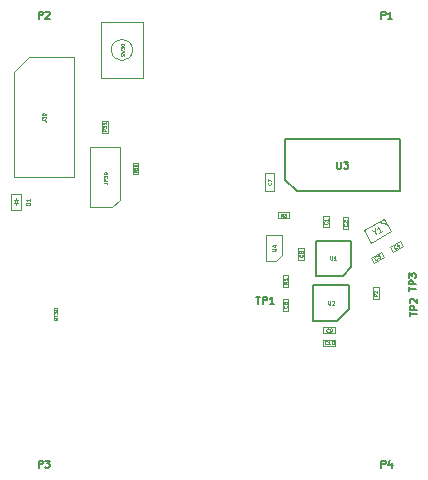
<source format=gbr>
%TF.GenerationSoftware,KiCad,Pcbnew,(5.1.5)-3*%
%TF.CreationDate,2021-04-07T12:53:55+01:00*%
%TF.ProjectId,HT07,48543037-2e6b-4696-9361-645f70636258,rev?*%
%TF.SameCoordinates,Original*%
%TF.FileFunction,Other,Fab,Top*%
%FSLAX46Y46*%
G04 Gerber Fmt 4.6, Leading zero omitted, Abs format (unit mm)*
G04 Created by KiCad (PCBNEW (5.1.5)-3) date 2021-04-07 12:53:55*
%MOMM*%
%LPD*%
G04 APERTURE LIST*
%ADD10C,0.100000*%
%ADD11C,0.150000*%
%ADD12C,0.040000*%
%ADD13C,0.075000*%
G04 APERTURE END LIST*
D10*
X115539900Y-84878100D02*
X116539900Y-84878100D01*
X115539900Y-85378100D02*
X115539900Y-84878100D01*
X116539900Y-85378100D02*
X115539900Y-85378100D01*
X116539900Y-84878100D02*
X116539900Y-85378100D01*
X92950000Y-84650000D02*
X92950000Y-83350000D01*
X92950000Y-83350000D02*
X93850000Y-83350000D01*
X93850000Y-83350000D02*
X93850000Y-84650000D01*
X93850000Y-84650000D02*
X92950000Y-84650000D01*
X93200000Y-83800000D02*
X93600000Y-83800000D01*
X93400000Y-83800000D02*
X93400000Y-83650000D01*
X93400000Y-83800000D02*
X93200000Y-84100000D01*
X93200000Y-84100000D02*
X93600000Y-84100000D01*
X93600000Y-84100000D02*
X93400000Y-83800000D01*
X93400000Y-84100000D02*
X93400000Y-84250000D01*
X124804525Y-85836897D02*
X124121513Y-85653885D01*
X123422475Y-87443115D02*
X125154525Y-86443115D01*
X122822475Y-86403885D02*
X123422475Y-87443115D01*
X124554525Y-85403885D02*
X122822475Y-86403885D01*
X125154525Y-86443115D02*
X124554525Y-85403885D01*
D11*
X117181000Y-83099000D02*
X116181000Y-82099000D01*
X125881000Y-83099000D02*
X117181000Y-83099000D01*
X125881000Y-78699000D02*
X125881000Y-83099000D01*
X116181000Y-78699000D02*
X125881000Y-78699000D01*
X116181000Y-82099000D02*
X116181000Y-78699000D01*
X121565800Y-93042000D02*
X120565800Y-94042000D01*
X121565800Y-91042000D02*
X121565800Y-93042000D01*
X118565800Y-91042000D02*
X121565800Y-91042000D01*
X118565800Y-94042000D02*
X118565800Y-91042000D01*
X120565800Y-94042000D02*
X118565800Y-94042000D01*
D10*
X100612000Y-73470000D02*
X100612000Y-68770000D01*
X100612000Y-68770000D02*
X104112000Y-68770000D01*
X104112000Y-68770000D02*
X104112000Y-73470000D01*
X104112000Y-73470000D02*
X100612000Y-73470000D01*
X103262000Y-71120000D02*
G75*
G03X103262000Y-71120000I-900000J0D01*
G01*
X103755000Y-80653000D02*
X103755000Y-81653000D01*
X103255000Y-80653000D02*
X103755000Y-80653000D01*
X103255000Y-81653000D02*
X103255000Y-80653000D01*
X103755000Y-81653000D02*
X103255000Y-81653000D01*
X102171500Y-83820000D02*
X101536500Y-84455000D01*
X102171500Y-79375000D02*
X102171500Y-83820000D01*
X99631500Y-79375000D02*
X102171500Y-79375000D01*
X99631500Y-84455000D02*
X99631500Y-79375000D01*
X101536500Y-84455000D02*
X99631500Y-84455000D01*
X93218000Y-73025000D02*
X94488000Y-71755000D01*
X93218000Y-81915000D02*
X93218000Y-73025000D01*
X98298000Y-81915000D02*
X93218000Y-81915000D01*
X98298000Y-71755000D02*
X98298000Y-81915000D01*
X94488000Y-71755000D02*
X98298000Y-71755000D01*
X120410100Y-96160400D02*
X119410100Y-96160400D01*
X120410100Y-95660400D02*
X120410100Y-96160400D01*
X119410100Y-95660400D02*
X120410100Y-95660400D01*
X119410100Y-96160400D02*
X119410100Y-95660400D01*
D11*
X118768600Y-90273000D02*
X118768600Y-87273000D01*
X118768600Y-87273000D02*
X121718600Y-87273000D01*
X121718600Y-89523000D02*
X121068600Y-90273000D01*
X121718600Y-87273000D02*
X121718600Y-89523000D01*
X118768600Y-90273000D02*
X121068600Y-90273000D01*
D10*
X116455000Y-90178000D02*
X116455000Y-91178000D01*
X115955000Y-90178000D02*
X116455000Y-90178000D01*
X115955000Y-91178000D02*
X115955000Y-90178000D01*
X116455000Y-91178000D02*
X115955000Y-91178000D01*
X115425000Y-88984000D02*
X115925000Y-88484000D01*
X114575000Y-86784000D02*
X115925000Y-86784000D01*
X114575000Y-88984000D02*
X114575000Y-86784000D01*
X115925000Y-88484000D02*
X115925000Y-86784000D01*
X114575000Y-88984000D02*
X115425000Y-88984000D01*
X124087700Y-91232100D02*
X124087700Y-92232100D01*
X123587700Y-91232100D02*
X124087700Y-91232100D01*
X123587700Y-92232100D02*
X123587700Y-91232100D01*
X124087700Y-92232100D02*
X123587700Y-92232100D01*
X120410100Y-95119000D02*
X119410100Y-95119000D01*
X120410100Y-94619000D02*
X120410100Y-95119000D01*
X119410100Y-94619000D02*
X120410100Y-94619000D01*
X119410100Y-95119000D02*
X119410100Y-94619000D01*
X117788500Y-87892000D02*
X117788500Y-88892000D01*
X117288500Y-87892000D02*
X117788500Y-87892000D01*
X117288500Y-88892000D02*
X117288500Y-87892000D01*
X117788500Y-88892000D02*
X117288500Y-88892000D01*
X100651500Y-78122400D02*
X100651500Y-77122400D01*
X101151500Y-78122400D02*
X100651500Y-78122400D01*
X101151500Y-77122400D02*
X101151500Y-78122400D01*
X100651500Y-77122400D02*
X101151500Y-77122400D01*
X115271500Y-83100000D02*
X114471500Y-83100000D01*
X114471500Y-83100000D02*
X114471500Y-81500000D01*
X114471500Y-81500000D02*
X115271500Y-81500000D01*
X115271500Y-81500000D02*
X115271500Y-83100000D01*
X115955000Y-93210000D02*
X115955000Y-92210000D01*
X116455000Y-93210000D02*
X115955000Y-93210000D01*
X116455000Y-92210000D02*
X116455000Y-93210000D01*
X115955000Y-92210000D02*
X116455000Y-92210000D01*
X125044987Y-87790494D02*
X125911013Y-87290494D01*
X125294987Y-88223506D02*
X125044987Y-87790494D01*
X126161013Y-87723506D02*
X125294987Y-88223506D01*
X125911013Y-87290494D02*
X126161013Y-87723506D01*
X124534491Y-88664506D02*
X123668465Y-89164506D01*
X124284491Y-88231494D02*
X124534491Y-88664506D01*
X123418465Y-88731494D02*
X124284491Y-88231494D01*
X123668465Y-89164506D02*
X123418465Y-88731494D01*
X121035000Y-86288500D02*
X121035000Y-85288500D01*
X121535000Y-86288500D02*
X121035000Y-86288500D01*
X121535000Y-85288500D02*
X121535000Y-86288500D01*
X121035000Y-85288500D02*
X121535000Y-85288500D01*
X119384000Y-85151340D02*
X119884000Y-85151340D01*
X119884000Y-85151340D02*
X119884000Y-86151340D01*
X119884000Y-86151340D02*
X119384000Y-86151340D01*
X119384000Y-86151340D02*
X119384000Y-85151340D01*
D12*
X115998233Y-85241195D02*
X115914900Y-85122147D01*
X115855376Y-85241195D02*
X115855376Y-84991195D01*
X115950614Y-84991195D01*
X115974423Y-85003100D01*
X115986328Y-85015004D01*
X115998233Y-85038814D01*
X115998233Y-85074528D01*
X115986328Y-85098338D01*
X115974423Y-85110242D01*
X115950614Y-85122147D01*
X115855376Y-85122147D01*
X116081566Y-84991195D02*
X116236328Y-84991195D01*
X116152995Y-85086433D01*
X116188709Y-85086433D01*
X116212519Y-85098338D01*
X116224423Y-85110242D01*
X116236328Y-85134052D01*
X116236328Y-85193576D01*
X116224423Y-85217385D01*
X116212519Y-85229290D01*
X116188709Y-85241195D01*
X116117280Y-85241195D01*
X116093471Y-85229290D01*
X116081566Y-85217385D01*
X94560214Y-84221428D02*
X94260214Y-84221428D01*
X94260214Y-84150000D01*
X94274500Y-84107142D01*
X94303071Y-84078571D01*
X94331642Y-84064285D01*
X94388785Y-84050000D01*
X94431642Y-84050000D01*
X94488785Y-84064285D01*
X94517357Y-84078571D01*
X94545928Y-84107142D01*
X94560214Y-84150000D01*
X94560214Y-84221428D01*
X94560214Y-83764285D02*
X94560214Y-83935714D01*
X94560214Y-83850000D02*
X94260214Y-83850000D01*
X94303071Y-83878571D01*
X94331642Y-83907142D01*
X94345928Y-83935714D01*
D13*
X123776351Y-86532237D02*
X123895398Y-86738434D01*
X123501061Y-86388754D02*
X123776351Y-86532237D01*
X123789736Y-86222088D01*
X124410890Y-86440815D02*
X124163454Y-86583672D01*
X124287172Y-86512243D02*
X124037172Y-86079231D01*
X124031647Y-86164899D01*
X124014217Y-86229948D01*
X123984882Y-86274377D01*
D11*
X120573857Y-80570428D02*
X120573857Y-81056142D01*
X120602428Y-81113285D01*
X120631000Y-81141857D01*
X120688142Y-81170428D01*
X120802428Y-81170428D01*
X120859571Y-81141857D01*
X120888142Y-81113285D01*
X120916714Y-81056142D01*
X120916714Y-80570428D01*
X121145285Y-80570428D02*
X121516714Y-80570428D01*
X121316714Y-80799000D01*
X121402428Y-80799000D01*
X121459571Y-80827571D01*
X121488142Y-80856142D01*
X121516714Y-80913285D01*
X121516714Y-81056142D01*
X121488142Y-81113285D01*
X121459571Y-81141857D01*
X121402428Y-81170428D01*
X121231000Y-81170428D01*
X121173857Y-81141857D01*
X121145285Y-81113285D01*
D12*
X119837228Y-92377714D02*
X119837228Y-92620571D01*
X119851514Y-92649142D01*
X119865800Y-92663428D01*
X119894371Y-92677714D01*
X119951514Y-92677714D01*
X119980085Y-92663428D01*
X119994371Y-92649142D01*
X120008657Y-92620571D01*
X120008657Y-92377714D01*
X120137228Y-92406285D02*
X120151514Y-92392000D01*
X120180085Y-92377714D01*
X120251514Y-92377714D01*
X120280085Y-92392000D01*
X120294371Y-92406285D01*
X120308657Y-92434857D01*
X120308657Y-92463428D01*
X120294371Y-92506285D01*
X120122942Y-92677714D01*
X120308657Y-92677714D01*
X102546928Y-71662857D02*
X102561214Y-71620000D01*
X102561214Y-71548571D01*
X102546928Y-71520000D01*
X102532642Y-71505714D01*
X102504071Y-71491428D01*
X102475500Y-71491428D01*
X102446928Y-71505714D01*
X102432642Y-71520000D01*
X102418357Y-71548571D01*
X102404071Y-71605714D01*
X102389785Y-71634285D01*
X102375500Y-71648571D01*
X102346928Y-71662857D01*
X102318357Y-71662857D01*
X102289785Y-71648571D01*
X102275500Y-71634285D01*
X102261214Y-71605714D01*
X102261214Y-71534285D01*
X102275500Y-71491428D01*
X102261214Y-71391428D02*
X102561214Y-71320000D01*
X102346928Y-71262857D01*
X102561214Y-71205714D01*
X102261214Y-71134285D01*
X102261214Y-71048571D02*
X102261214Y-70862857D01*
X102375500Y-70962857D01*
X102375500Y-70920000D01*
X102389785Y-70891428D01*
X102404071Y-70877142D01*
X102432642Y-70862857D01*
X102504071Y-70862857D01*
X102532642Y-70877142D01*
X102546928Y-70891428D01*
X102561214Y-70920000D01*
X102561214Y-71005714D01*
X102546928Y-71034285D01*
X102532642Y-71048571D01*
X102261214Y-70677142D02*
X102261214Y-70648571D01*
X102275500Y-70620000D01*
X102289785Y-70605714D01*
X102318357Y-70591428D01*
X102375500Y-70577142D01*
X102446928Y-70577142D01*
X102504071Y-70591428D01*
X102532642Y-70605714D01*
X102546928Y-70620000D01*
X102561214Y-70648571D01*
X102561214Y-70677142D01*
X102546928Y-70705714D01*
X102532642Y-70720000D01*
X102504071Y-70734285D01*
X102446928Y-70748571D01*
X102375500Y-70748571D01*
X102318357Y-70734285D01*
X102289785Y-70720000D01*
X102275500Y-70705714D01*
X102261214Y-70677142D01*
D11*
X124334642Y-68487821D02*
X124334642Y-67887821D01*
X124563214Y-67887821D01*
X124620357Y-67916393D01*
X124648928Y-67944964D01*
X124677500Y-68002107D01*
X124677500Y-68087821D01*
X124648928Y-68144964D01*
X124620357Y-68173535D01*
X124563214Y-68202107D01*
X124334642Y-68202107D01*
X125248928Y-68487821D02*
X124906071Y-68487821D01*
X125077500Y-68487821D02*
X125077500Y-67887821D01*
X125020357Y-67973535D01*
X124963214Y-68030678D01*
X124906071Y-68059250D01*
X95315142Y-68487821D02*
X95315142Y-67887821D01*
X95543714Y-67887821D01*
X95600857Y-67916393D01*
X95629428Y-67944964D01*
X95658000Y-68002107D01*
X95658000Y-68087821D01*
X95629428Y-68144964D01*
X95600857Y-68173535D01*
X95543714Y-68202107D01*
X95315142Y-68202107D01*
X95886571Y-67944964D02*
X95915142Y-67916393D01*
X95972285Y-67887821D01*
X96115142Y-67887821D01*
X96172285Y-67916393D01*
X96200857Y-67944964D01*
X96229428Y-68002107D01*
X96229428Y-68059250D01*
X96200857Y-68144964D01*
X95858000Y-68487821D01*
X96229428Y-68487821D01*
X95315142Y-106487821D02*
X95315142Y-105887821D01*
X95543714Y-105887821D01*
X95600857Y-105916393D01*
X95629428Y-105944964D01*
X95658000Y-106002107D01*
X95658000Y-106087821D01*
X95629428Y-106144964D01*
X95600857Y-106173535D01*
X95543714Y-106202107D01*
X95315142Y-106202107D01*
X95858000Y-105887821D02*
X96229428Y-105887821D01*
X96029428Y-106116393D01*
X96115142Y-106116393D01*
X96172285Y-106144964D01*
X96200857Y-106173535D01*
X96229428Y-106230678D01*
X96229428Y-106373535D01*
X96200857Y-106430678D01*
X96172285Y-106459250D01*
X96115142Y-106487821D01*
X95943714Y-106487821D01*
X95886571Y-106459250D01*
X95858000Y-106430678D01*
X124334642Y-106487821D02*
X124334642Y-105887821D01*
X124563214Y-105887821D01*
X124620357Y-105916393D01*
X124648928Y-105944964D01*
X124677500Y-106002107D01*
X124677500Y-106087821D01*
X124648928Y-106144964D01*
X124620357Y-106173535D01*
X124563214Y-106202107D01*
X124334642Y-106202107D01*
X125191785Y-106087821D02*
X125191785Y-106487821D01*
X125048928Y-105859250D02*
X124906071Y-106287821D01*
X125277500Y-106287821D01*
D12*
X96736571Y-93850571D02*
X96750857Y-93807714D01*
X96765142Y-93793428D01*
X96793714Y-93779142D01*
X96836571Y-93779142D01*
X96865142Y-93793428D01*
X96879428Y-93807714D01*
X96893714Y-93836285D01*
X96893714Y-93950571D01*
X96593714Y-93950571D01*
X96593714Y-93850571D01*
X96608000Y-93822000D01*
X96622285Y-93807714D01*
X96650857Y-93793428D01*
X96679428Y-93793428D01*
X96708000Y-93807714D01*
X96722285Y-93822000D01*
X96736571Y-93850571D01*
X96736571Y-93950571D01*
X96593714Y-93693428D02*
X96593714Y-93522000D01*
X96893714Y-93607714D02*
X96593714Y-93607714D01*
X96593714Y-93450571D02*
X96593714Y-93264857D01*
X96708000Y-93364857D01*
X96708000Y-93322000D01*
X96722285Y-93293428D01*
X96736571Y-93279142D01*
X96765142Y-93264857D01*
X96836571Y-93264857D01*
X96865142Y-93279142D01*
X96879428Y-93293428D01*
X96893714Y-93322000D01*
X96893714Y-93407714D01*
X96879428Y-93436285D01*
X96865142Y-93450571D01*
X96593714Y-93079142D02*
X96593714Y-93050571D01*
X96608000Y-93022000D01*
X96622285Y-93007714D01*
X96650857Y-92993428D01*
X96708000Y-92979142D01*
X96779428Y-92979142D01*
X96836571Y-92993428D01*
X96865142Y-93007714D01*
X96879428Y-93022000D01*
X96893714Y-93050571D01*
X96893714Y-93079142D01*
X96879428Y-93107714D01*
X96865142Y-93122000D01*
X96836571Y-93136285D01*
X96779428Y-93150571D01*
X96708000Y-93150571D01*
X96650857Y-93136285D01*
X96622285Y-93122000D01*
X96608000Y-93107714D01*
X96593714Y-93079142D01*
X103618095Y-81313714D02*
X103499047Y-81397047D01*
X103618095Y-81456571D02*
X103368095Y-81456571D01*
X103368095Y-81361333D01*
X103380000Y-81337523D01*
X103391904Y-81325619D01*
X103415714Y-81313714D01*
X103451428Y-81313714D01*
X103475238Y-81325619D01*
X103487142Y-81337523D01*
X103499047Y-81361333D01*
X103499047Y-81456571D01*
X103368095Y-81230380D02*
X103368095Y-81075619D01*
X103463333Y-81158952D01*
X103463333Y-81123238D01*
X103475238Y-81099428D01*
X103487142Y-81087523D01*
X103510952Y-81075619D01*
X103570476Y-81075619D01*
X103594285Y-81087523D01*
X103606190Y-81099428D01*
X103618095Y-81123238D01*
X103618095Y-81194666D01*
X103606190Y-81218476D01*
X103594285Y-81230380D01*
X103368095Y-80920857D02*
X103368095Y-80897047D01*
X103380000Y-80873238D01*
X103391904Y-80861333D01*
X103415714Y-80849428D01*
X103463333Y-80837523D01*
X103522857Y-80837523D01*
X103570476Y-80849428D01*
X103594285Y-80861333D01*
X103606190Y-80873238D01*
X103618095Y-80897047D01*
X103618095Y-80920857D01*
X103606190Y-80944666D01*
X103594285Y-80956571D01*
X103570476Y-80968476D01*
X103522857Y-80980380D01*
X103463333Y-80980380D01*
X103415714Y-80968476D01*
X103391904Y-80956571D01*
X103380000Y-80944666D01*
X103368095Y-80920857D01*
X100800714Y-82371357D02*
X101015000Y-82371357D01*
X101057857Y-82385642D01*
X101086428Y-82414214D01*
X101100714Y-82457071D01*
X101100714Y-82485642D01*
X101100714Y-82228500D02*
X100800714Y-82228500D01*
X100800714Y-82114214D01*
X100815000Y-82085642D01*
X100829285Y-82071357D01*
X100857857Y-82057071D01*
X100900714Y-82057071D01*
X100929285Y-82071357D01*
X100943571Y-82085642D01*
X100957857Y-82114214D01*
X100957857Y-82228500D01*
X100800714Y-81957071D02*
X100800714Y-81771357D01*
X100915000Y-81871357D01*
X100915000Y-81828500D01*
X100929285Y-81799928D01*
X100943571Y-81785642D01*
X100972142Y-81771357D01*
X101043571Y-81771357D01*
X101072142Y-81785642D01*
X101086428Y-81799928D01*
X101100714Y-81828500D01*
X101100714Y-81914214D01*
X101086428Y-81942785D01*
X101072142Y-81957071D01*
X100800714Y-81585642D02*
X100800714Y-81557071D01*
X100815000Y-81528500D01*
X100829285Y-81514214D01*
X100857857Y-81499928D01*
X100915000Y-81485642D01*
X100986428Y-81485642D01*
X101043571Y-81499928D01*
X101072142Y-81514214D01*
X101086428Y-81528500D01*
X101100714Y-81557071D01*
X101100714Y-81585642D01*
X101086428Y-81614214D01*
X101072142Y-81628500D01*
X101043571Y-81642785D01*
X100986428Y-81657071D01*
X100915000Y-81657071D01*
X100857857Y-81642785D01*
X100829285Y-81628500D01*
X100815000Y-81614214D01*
X100800714Y-81585642D01*
X95593714Y-77077857D02*
X95808000Y-77077857D01*
X95850857Y-77092142D01*
X95879428Y-77120714D01*
X95893714Y-77163571D01*
X95893714Y-77192142D01*
X95593714Y-76963571D02*
X95593714Y-76777857D01*
X95708000Y-76877857D01*
X95708000Y-76835000D01*
X95722285Y-76806428D01*
X95736571Y-76792142D01*
X95765142Y-76777857D01*
X95836571Y-76777857D01*
X95865142Y-76792142D01*
X95879428Y-76806428D01*
X95893714Y-76835000D01*
X95893714Y-76920714D01*
X95879428Y-76949285D01*
X95865142Y-76963571D01*
X95593714Y-76592142D02*
X95593714Y-76563571D01*
X95608000Y-76535000D01*
X95622285Y-76520714D01*
X95650857Y-76506428D01*
X95708000Y-76492142D01*
X95779428Y-76492142D01*
X95836571Y-76506428D01*
X95865142Y-76520714D01*
X95879428Y-76535000D01*
X95893714Y-76563571D01*
X95893714Y-76592142D01*
X95879428Y-76620714D01*
X95865142Y-76635000D01*
X95836571Y-76649285D01*
X95779428Y-76663571D01*
X95708000Y-76663571D01*
X95650857Y-76649285D01*
X95622285Y-76635000D01*
X95608000Y-76620714D01*
X95593714Y-76592142D01*
X119717242Y-96017542D02*
X119702957Y-96031828D01*
X119660100Y-96046114D01*
X119631528Y-96046114D01*
X119588671Y-96031828D01*
X119560100Y-96003257D01*
X119545814Y-95974685D01*
X119531528Y-95917542D01*
X119531528Y-95874685D01*
X119545814Y-95817542D01*
X119560100Y-95788971D01*
X119588671Y-95760400D01*
X119631528Y-95746114D01*
X119660100Y-95746114D01*
X119702957Y-95760400D01*
X119717242Y-95774685D01*
X120002957Y-96046114D02*
X119831528Y-96046114D01*
X119917242Y-96046114D02*
X119917242Y-95746114D01*
X119888671Y-95788971D01*
X119860100Y-95817542D01*
X119831528Y-95831828D01*
X120188671Y-95746114D02*
X120217242Y-95746114D01*
X120245814Y-95760400D01*
X120260100Y-95774685D01*
X120274385Y-95803257D01*
X120288671Y-95860400D01*
X120288671Y-95931828D01*
X120274385Y-95988971D01*
X120260100Y-96017542D01*
X120245814Y-96031828D01*
X120217242Y-96046114D01*
X120188671Y-96046114D01*
X120160100Y-96031828D01*
X120145814Y-96017542D01*
X120131528Y-95988971D01*
X120117242Y-95931828D01*
X120117242Y-95860400D01*
X120131528Y-95803257D01*
X120145814Y-95774685D01*
X120160100Y-95760400D01*
X120188671Y-95746114D01*
D11*
X126734928Y-93657642D02*
X126734928Y-93314785D01*
X127334928Y-93486214D02*
X126734928Y-93486214D01*
X127334928Y-93114785D02*
X126734928Y-93114785D01*
X126734928Y-92886214D01*
X126763500Y-92829071D01*
X126792071Y-92800500D01*
X126849214Y-92771928D01*
X126934928Y-92771928D01*
X126992071Y-92800500D01*
X127020642Y-92829071D01*
X127049214Y-92886214D01*
X127049214Y-93114785D01*
X126792071Y-92543357D02*
X126763500Y-92514785D01*
X126734928Y-92457642D01*
X126734928Y-92314785D01*
X126763500Y-92257642D01*
X126792071Y-92229071D01*
X126849214Y-92200500D01*
X126906357Y-92200500D01*
X126992071Y-92229071D01*
X127334928Y-92571928D01*
X127334928Y-92200500D01*
X126671428Y-91498642D02*
X126671428Y-91155785D01*
X127271428Y-91327214D02*
X126671428Y-91327214D01*
X127271428Y-90955785D02*
X126671428Y-90955785D01*
X126671428Y-90727214D01*
X126700000Y-90670071D01*
X126728571Y-90641500D01*
X126785714Y-90612928D01*
X126871428Y-90612928D01*
X126928571Y-90641500D01*
X126957142Y-90670071D01*
X126985714Y-90727214D01*
X126985714Y-90955785D01*
X126671428Y-90412928D02*
X126671428Y-90041500D01*
X126900000Y-90241500D01*
X126900000Y-90155785D01*
X126928571Y-90098642D01*
X126957142Y-90070071D01*
X127014285Y-90041500D01*
X127157142Y-90041500D01*
X127214285Y-90070071D01*
X127242857Y-90098642D01*
X127271428Y-90155785D01*
X127271428Y-90327214D01*
X127242857Y-90384357D01*
X127214285Y-90412928D01*
X113746057Y-92000428D02*
X114088914Y-92000428D01*
X113917485Y-92600428D02*
X113917485Y-92000428D01*
X114288914Y-92600428D02*
X114288914Y-92000428D01*
X114517485Y-92000428D01*
X114574628Y-92029000D01*
X114603200Y-92057571D01*
X114631771Y-92114714D01*
X114631771Y-92200428D01*
X114603200Y-92257571D01*
X114574628Y-92286142D01*
X114517485Y-92314714D01*
X114288914Y-92314714D01*
X115203200Y-92600428D02*
X114860342Y-92600428D01*
X115031771Y-92600428D02*
X115031771Y-92000428D01*
X114974628Y-92086142D01*
X114917485Y-92143285D01*
X114860342Y-92171857D01*
D12*
X120015028Y-88608714D02*
X120015028Y-88851571D01*
X120029314Y-88880142D01*
X120043600Y-88894428D01*
X120072171Y-88908714D01*
X120129314Y-88908714D01*
X120157885Y-88894428D01*
X120172171Y-88880142D01*
X120186457Y-88851571D01*
X120186457Y-88608714D01*
X120486457Y-88908714D02*
X120315028Y-88908714D01*
X120400742Y-88908714D02*
X120400742Y-88608714D01*
X120372171Y-88651571D01*
X120343600Y-88680142D01*
X120315028Y-88694428D01*
X116340714Y-90728000D02*
X116197857Y-90828000D01*
X116340714Y-90899428D02*
X116040714Y-90899428D01*
X116040714Y-90785142D01*
X116055000Y-90756571D01*
X116069285Y-90742285D01*
X116097857Y-90728000D01*
X116140714Y-90728000D01*
X116169285Y-90742285D01*
X116183571Y-90756571D01*
X116197857Y-90785142D01*
X116197857Y-90899428D01*
X116340714Y-90442285D02*
X116340714Y-90613714D01*
X116340714Y-90528000D02*
X116040714Y-90528000D01*
X116083571Y-90556571D01*
X116112142Y-90585142D01*
X116126428Y-90613714D01*
X115085714Y-88112571D02*
X115328571Y-88112571D01*
X115357142Y-88098285D01*
X115371428Y-88084000D01*
X115385714Y-88055428D01*
X115385714Y-87998285D01*
X115371428Y-87969714D01*
X115357142Y-87955428D01*
X115328571Y-87941142D01*
X115085714Y-87941142D01*
X115185714Y-87669714D02*
X115385714Y-87669714D01*
X115071428Y-87741142D02*
X115285714Y-87812571D01*
X115285714Y-87626857D01*
X123973414Y-91782100D02*
X123830557Y-91882100D01*
X123973414Y-91953528D02*
X123673414Y-91953528D01*
X123673414Y-91839242D01*
X123687700Y-91810671D01*
X123701985Y-91796385D01*
X123730557Y-91782100D01*
X123773414Y-91782100D01*
X123801985Y-91796385D01*
X123816271Y-91810671D01*
X123830557Y-91839242D01*
X123830557Y-91953528D01*
X123701985Y-91667814D02*
X123687700Y-91653528D01*
X123673414Y-91624957D01*
X123673414Y-91553528D01*
X123687700Y-91524957D01*
X123701985Y-91510671D01*
X123730557Y-91496385D01*
X123759128Y-91496385D01*
X123801985Y-91510671D01*
X123973414Y-91682100D01*
X123973414Y-91496385D01*
X119860100Y-94976142D02*
X119845814Y-94990428D01*
X119802957Y-95004714D01*
X119774385Y-95004714D01*
X119731528Y-94990428D01*
X119702957Y-94961857D01*
X119688671Y-94933285D01*
X119674385Y-94876142D01*
X119674385Y-94833285D01*
X119688671Y-94776142D01*
X119702957Y-94747571D01*
X119731528Y-94719000D01*
X119774385Y-94704714D01*
X119802957Y-94704714D01*
X119845814Y-94719000D01*
X119860100Y-94733285D01*
X120002957Y-95004714D02*
X120060100Y-95004714D01*
X120088671Y-94990428D01*
X120102957Y-94976142D01*
X120131528Y-94933285D01*
X120145814Y-94876142D01*
X120145814Y-94761857D01*
X120131528Y-94733285D01*
X120117242Y-94719000D01*
X120088671Y-94704714D01*
X120031528Y-94704714D01*
X120002957Y-94719000D01*
X119988671Y-94733285D01*
X119974385Y-94761857D01*
X119974385Y-94833285D01*
X119988671Y-94861857D01*
X120002957Y-94876142D01*
X120031528Y-94890428D01*
X120088671Y-94890428D01*
X120117242Y-94876142D01*
X120131528Y-94861857D01*
X120145814Y-94833285D01*
X117645642Y-88442000D02*
X117659928Y-88456285D01*
X117674214Y-88499142D01*
X117674214Y-88527714D01*
X117659928Y-88570571D01*
X117631357Y-88599142D01*
X117602785Y-88613428D01*
X117545642Y-88627714D01*
X117502785Y-88627714D01*
X117445642Y-88613428D01*
X117417071Y-88599142D01*
X117388500Y-88570571D01*
X117374214Y-88527714D01*
X117374214Y-88499142D01*
X117388500Y-88456285D01*
X117402785Y-88442000D01*
X117502785Y-88270571D02*
X117488500Y-88299142D01*
X117474214Y-88313428D01*
X117445642Y-88327714D01*
X117431357Y-88327714D01*
X117402785Y-88313428D01*
X117388500Y-88299142D01*
X117374214Y-88270571D01*
X117374214Y-88213428D01*
X117388500Y-88184857D01*
X117402785Y-88170571D01*
X117431357Y-88156285D01*
X117445642Y-88156285D01*
X117474214Y-88170571D01*
X117488500Y-88184857D01*
X117502785Y-88213428D01*
X117502785Y-88270571D01*
X117517071Y-88299142D01*
X117531357Y-88313428D01*
X117559928Y-88327714D01*
X117617071Y-88327714D01*
X117645642Y-88313428D01*
X117659928Y-88299142D01*
X117674214Y-88270571D01*
X117674214Y-88213428D01*
X117659928Y-88184857D01*
X117645642Y-88170571D01*
X117617071Y-88156285D01*
X117559928Y-88156285D01*
X117531357Y-88170571D01*
X117517071Y-88184857D01*
X117502785Y-88213428D01*
X101037214Y-77815257D02*
X100894357Y-77915257D01*
X101037214Y-77986685D02*
X100737214Y-77986685D01*
X100737214Y-77872400D01*
X100751500Y-77843828D01*
X100765785Y-77829542D01*
X100794357Y-77815257D01*
X100837214Y-77815257D01*
X100865785Y-77829542D01*
X100880071Y-77843828D01*
X100894357Y-77872400D01*
X100894357Y-77986685D01*
X100737214Y-77715257D02*
X100737214Y-77529542D01*
X100851500Y-77629542D01*
X100851500Y-77586685D01*
X100865785Y-77558114D01*
X100880071Y-77543828D01*
X100908642Y-77529542D01*
X100980071Y-77529542D01*
X101008642Y-77543828D01*
X101022928Y-77558114D01*
X101037214Y-77586685D01*
X101037214Y-77672400D01*
X101022928Y-77700971D01*
X101008642Y-77715257D01*
X101037214Y-77243828D02*
X101037214Y-77415257D01*
X101037214Y-77329542D02*
X100737214Y-77329542D01*
X100780071Y-77358114D01*
X100808642Y-77386685D01*
X100822928Y-77415257D01*
X114978642Y-82350000D02*
X114992928Y-82364285D01*
X115007214Y-82407142D01*
X115007214Y-82435714D01*
X114992928Y-82478571D01*
X114964357Y-82507142D01*
X114935785Y-82521428D01*
X114878642Y-82535714D01*
X114835785Y-82535714D01*
X114778642Y-82521428D01*
X114750071Y-82507142D01*
X114721500Y-82478571D01*
X114707214Y-82435714D01*
X114707214Y-82407142D01*
X114721500Y-82364285D01*
X114735785Y-82350000D01*
X114707214Y-82250000D02*
X114707214Y-82050000D01*
X115007214Y-82178571D01*
X116312142Y-92760000D02*
X116326428Y-92774285D01*
X116340714Y-92817142D01*
X116340714Y-92845714D01*
X116326428Y-92888571D01*
X116297857Y-92917142D01*
X116269285Y-92931428D01*
X116212142Y-92945714D01*
X116169285Y-92945714D01*
X116112142Y-92931428D01*
X116083571Y-92917142D01*
X116055000Y-92888571D01*
X116040714Y-92845714D01*
X116040714Y-92817142D01*
X116055000Y-92774285D01*
X116069285Y-92760000D01*
X116040714Y-92502857D02*
X116040714Y-92560000D01*
X116055000Y-92588571D01*
X116069285Y-92602857D01*
X116112142Y-92631428D01*
X116169285Y-92645714D01*
X116283571Y-92645714D01*
X116312142Y-92631428D01*
X116326428Y-92617142D01*
X116340714Y-92588571D01*
X116340714Y-92531428D01*
X116326428Y-92502857D01*
X116312142Y-92488571D01*
X116283571Y-92474285D01*
X116212142Y-92474285D01*
X116183571Y-92488571D01*
X116169285Y-92502857D01*
X116155000Y-92531428D01*
X116155000Y-92588571D01*
X116169285Y-92617142D01*
X116183571Y-92631428D01*
X116212142Y-92645714D01*
X125613270Y-87874788D02*
X125608041Y-87894303D01*
X125578068Y-87928103D01*
X125553325Y-87942389D01*
X125509066Y-87951445D01*
X125470037Y-87940988D01*
X125443380Y-87923387D01*
X125402436Y-87881043D01*
X125381008Y-87843927D01*
X125364808Y-87787297D01*
X125362894Y-87755411D01*
X125373352Y-87716381D01*
X125403325Y-87682581D01*
X125428068Y-87668295D01*
X125472326Y-87659239D01*
X125491841Y-87664467D01*
X125750248Y-87597755D02*
X125850248Y-87770960D01*
X125631246Y-87534495D02*
X125676530Y-87755786D01*
X125837363Y-87662929D01*
X123986748Y-88815788D02*
X123981519Y-88835303D01*
X123951546Y-88869103D01*
X123926803Y-88883389D01*
X123882544Y-88892445D01*
X123843515Y-88881988D01*
X123816858Y-88864387D01*
X123775914Y-88822043D01*
X123754486Y-88784927D01*
X123738286Y-88728297D01*
X123736372Y-88696411D01*
X123746830Y-88657381D01*
X123776803Y-88623581D01*
X123801546Y-88609295D01*
X123845804Y-88600239D01*
X123865319Y-88605467D01*
X123937636Y-88530724D02*
X124098469Y-88437867D01*
X124069010Y-88586841D01*
X124106125Y-88565413D01*
X124138011Y-88563499D01*
X124157526Y-88568728D01*
X124184183Y-88586328D01*
X124219898Y-88648187D01*
X124221812Y-88680074D01*
X124216583Y-88699588D01*
X124198982Y-88726246D01*
X124124751Y-88769103D01*
X124092865Y-88771017D01*
X124073350Y-88765788D01*
X121392142Y-85838500D02*
X121406428Y-85852785D01*
X121420714Y-85895642D01*
X121420714Y-85924214D01*
X121406428Y-85967071D01*
X121377857Y-85995642D01*
X121349285Y-86009928D01*
X121292142Y-86024214D01*
X121249285Y-86024214D01*
X121192142Y-86009928D01*
X121163571Y-85995642D01*
X121135000Y-85967071D01*
X121120714Y-85924214D01*
X121120714Y-85895642D01*
X121135000Y-85852785D01*
X121149285Y-85838500D01*
X121149285Y-85724214D02*
X121135000Y-85709928D01*
X121120714Y-85681357D01*
X121120714Y-85609928D01*
X121135000Y-85581357D01*
X121149285Y-85567071D01*
X121177857Y-85552785D01*
X121206428Y-85552785D01*
X121249285Y-85567071D01*
X121420714Y-85738500D01*
X121420714Y-85552785D01*
X119741142Y-85701340D02*
X119755428Y-85715625D01*
X119769714Y-85758482D01*
X119769714Y-85787054D01*
X119755428Y-85829911D01*
X119726857Y-85858482D01*
X119698285Y-85872768D01*
X119641142Y-85887054D01*
X119598285Y-85887054D01*
X119541142Y-85872768D01*
X119512571Y-85858482D01*
X119484000Y-85829911D01*
X119469714Y-85787054D01*
X119469714Y-85758482D01*
X119484000Y-85715625D01*
X119498285Y-85701340D01*
X119769714Y-85415625D02*
X119769714Y-85587054D01*
X119769714Y-85501340D02*
X119469714Y-85501340D01*
X119512571Y-85529911D01*
X119541142Y-85558482D01*
X119555428Y-85587054D01*
M02*

</source>
